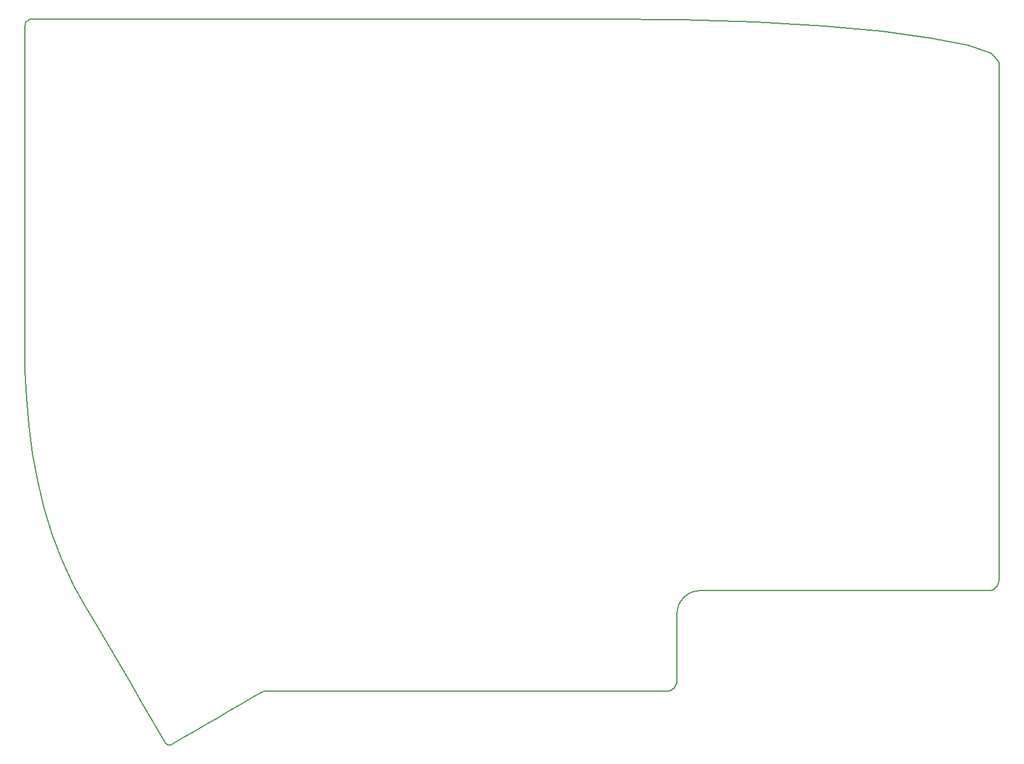
<source format=gbr>
G04 #@! TF.GenerationSoftware,KiCad,Pcbnew,5.1.6-c6e7f7d~87~ubuntu20.04.1*
G04 #@! TF.CreationDate,2020-10-17T21:04:39+01:00*
G04 #@! TF.ProjectId,Lily58,4c696c79-3538-42e6-9b69-6361645f7063,rev?*
G04 #@! TF.SameCoordinates,Original*
G04 #@! TF.FileFunction,Profile,NP*
%FSLAX46Y46*%
G04 Gerber Fmt 4.6, Leading zero omitted, Abs format (unit mm)*
G04 Created by KiCad (PCBNEW 5.1.6-c6e7f7d~87~ubuntu20.04.1) date 2020-10-17 21:04:39*
%MOMM*%
%LPD*%
G01*
G04 APERTURE LIST*
G04 #@! TA.AperFunction,Profile*
%ADD10C,0.200000*%
G04 #@! TD*
G04 APERTURE END LIST*
D10*
X224900000Y-42700000D02*
X225460000Y-43436755D01*
X82937528Y-50750629D02*
X82937528Y-44443695D01*
X82937528Y-57057562D02*
X82937528Y-50750629D01*
X115211711Y-37086762D02*
X104803877Y-37086762D01*
X218692418Y-120789735D02*
X223959999Y-120789735D01*
X213424836Y-120789735D02*
X218692418Y-120789735D01*
X208157255Y-120789735D02*
X213424836Y-120789735D01*
X202889673Y-120789735D02*
X208157255Y-120789735D01*
X197622092Y-120789735D02*
X202889673Y-120789735D01*
X192354511Y-120789735D02*
X197622092Y-120789735D01*
X187086929Y-120789735D02*
X192354511Y-120789735D01*
X181819348Y-120789735D02*
X187086929Y-120789735D01*
X181113524Y-120860778D02*
X181819348Y-120789735D01*
X180456326Y-121064561D02*
X181113524Y-120860778D01*
X179861773Y-121387065D02*
X180456326Y-121064561D01*
X179343884Y-121814271D02*
X179861773Y-121387065D01*
X178916678Y-122332160D02*
X179343884Y-121814271D01*
X178594174Y-122926713D02*
X178916678Y-122332160D01*
X178390391Y-123583911D02*
X178594174Y-122926713D01*
X178319348Y-124289735D02*
X178390391Y-123583911D01*
X199807654Y-38170488D02*
X189919538Y-37585374D01*
X208420758Y-38945561D02*
X199807654Y-38170488D01*
X215525697Y-39885159D02*
X208420758Y-38945561D01*
X220889319Y-40963847D02*
X215525697Y-39885159D01*
X178989563Y-37215654D02*
X167250881Y-37086762D01*
X189919538Y-37585374D02*
X178989563Y-37215654D01*
X177658308Y-135255660D02*
X177403500Y-135393876D01*
X177880261Y-135072571D02*
X177658308Y-135255660D01*
X178063349Y-134850619D02*
X177880261Y-135072571D01*
X178201565Y-134595810D02*
X178063349Y-134850619D01*
X178288901Y-134314154D02*
X178201565Y-134595810D01*
X178319348Y-134011658D02*
X178288901Y-134314154D01*
X225460000Y-52918378D02*
X225460000Y-62400000D01*
X225460000Y-43436755D02*
X225460000Y-52918378D01*
X82937528Y-69671429D02*
X82937528Y-63364495D01*
X82937528Y-75978362D02*
X82937528Y-69671429D01*
X82937528Y-82285296D02*
X82937528Y-75978362D01*
X82937528Y-88592229D02*
X82937528Y-82285296D01*
X104807833Y-37086762D02*
X94400000Y-37086762D01*
X125619545Y-37086762D02*
X115211711Y-37086762D01*
X136027379Y-37086762D02*
X125619545Y-37086762D01*
X146435213Y-37086762D02*
X136027379Y-37086762D01*
X156843047Y-37086762D02*
X146435213Y-37086762D01*
X167250881Y-37086762D02*
X156843047Y-37086762D01*
X83400937Y-37265961D02*
X83579303Y-37169210D01*
X83245570Y-37394123D02*
X83400937Y-37265961D01*
X83117409Y-37549489D02*
X83245570Y-37394123D01*
X83020657Y-37727855D02*
X83117409Y-37549489D01*
X82959523Y-37925015D02*
X83020657Y-37727855D01*
X82938210Y-38136762D02*
X82959523Y-37925015D01*
X83776462Y-37108075D02*
X83988210Y-37086762D01*
X83579303Y-37169210D02*
X83776462Y-37108075D01*
X94396044Y-37086762D02*
X83988210Y-37086762D01*
X82937528Y-63364495D02*
X82937528Y-57057562D01*
X82937528Y-44443695D02*
X82937528Y-38136762D01*
X88291758Y-116318073D02*
X89993333Y-119989540D01*
X86863105Y-112530670D02*
X88291758Y-116318073D01*
X85688004Y-108649127D02*
X86863105Y-112530670D01*
X84747083Y-104695246D02*
X85688004Y-108649127D01*
X84020972Y-100690825D02*
X84747083Y-104695246D01*
X83490297Y-96657663D02*
X84020972Y-100690825D01*
X83135690Y-92617561D02*
X83490297Y-96657663D01*
X82937777Y-88592317D02*
X83135690Y-92617561D01*
X104288864Y-143357278D02*
X104456758Y-143271756D01*
X104130206Y-143404468D02*
X104288864Y-143357278D01*
X103981252Y-143413974D02*
X104130206Y-143404468D01*
X103842470Y-143386445D02*
X103981252Y-143413974D01*
X103714328Y-143322532D02*
X103842470Y-143386445D01*
X103597295Y-143222884D02*
X103714328Y-143322532D01*
X103491837Y-143088150D02*
X103597295Y-143222884D01*
X103398425Y-142918979D02*
X103491837Y-143088150D01*
X116186619Y-136480784D02*
X117862313Y-135510645D01*
X114510925Y-137450923D02*
X116186619Y-136480784D01*
X112835230Y-138421062D02*
X114510925Y-137450923D01*
X111159536Y-139391201D02*
X112835230Y-138421062D01*
X109483841Y-140361340D02*
X111159536Y-139391201D01*
X107808147Y-141331479D02*
X109483841Y-140361340D01*
X106132452Y-142301617D02*
X107808147Y-141331479D01*
X104456758Y-143271756D02*
X106132452Y-142301617D01*
X101722730Y-140052659D02*
X103398425Y-142918979D01*
X100047036Y-137186340D02*
X101722730Y-140052659D01*
X98371341Y-134320020D02*
X100047036Y-137186340D01*
X96695647Y-131453701D02*
X98371341Y-134320020D01*
X95019952Y-128587381D02*
X96695647Y-131453701D01*
X93344258Y-125721062D02*
X95019952Y-128587381D01*
X91668563Y-122854742D02*
X93344258Y-125721062D01*
X89992869Y-119988423D02*
X91668563Y-122854742D01*
X169449826Y-135511658D02*
X176819348Y-135511658D01*
X162080304Y-135511658D02*
X169449826Y-135511658D01*
X154710782Y-135511658D02*
X162080304Y-135511658D01*
X147341260Y-135511658D02*
X154710782Y-135511658D01*
X139971738Y-135511658D02*
X147341260Y-135511658D01*
X132602217Y-135511658D02*
X139971738Y-135511658D01*
X125232695Y-135511658D02*
X132602217Y-135511658D01*
X117863173Y-135511658D02*
X125232695Y-135511658D01*
X178319348Y-132816013D02*
X178319348Y-134011658D01*
X178319348Y-131597973D02*
X178319348Y-132816013D01*
X178319348Y-130379933D02*
X178319348Y-131597973D01*
X178319348Y-129161894D02*
X178319348Y-130379933D01*
X178319348Y-127943854D02*
X178319348Y-129161894D01*
X178319348Y-126725814D02*
X178319348Y-127943854D01*
X178319348Y-125507775D02*
X178319348Y-126725814D01*
X178319348Y-124289735D02*
X178319348Y-125507775D01*
X177121844Y-135481211D02*
X176819348Y-135511658D01*
X177403500Y-135393876D02*
X177121844Y-135481211D01*
X224278471Y-42156190D02*
X220889319Y-40963847D01*
X224900000Y-42700000D02*
X224278471Y-42156190D01*
X224262495Y-120759288D02*
X223959999Y-120789735D01*
X224544152Y-120671952D02*
X224262495Y-120759288D01*
X224798960Y-120533736D02*
X224544152Y-120671952D01*
X225020912Y-120350648D02*
X224798960Y-120533736D01*
X225204001Y-120128696D02*
X225020912Y-120350648D01*
X225342217Y-119873887D02*
X225204001Y-120128696D01*
X225429552Y-119592231D02*
X225342217Y-119873887D01*
X225459999Y-119289735D02*
X225429552Y-119592231D01*
X225460000Y-109808112D02*
X225460000Y-119289735D01*
X225460000Y-100326490D02*
X225460000Y-109808112D01*
X225460000Y-90844867D02*
X225460000Y-100326490D01*
X225460000Y-81363245D02*
X225460000Y-90844867D01*
X225460000Y-71881623D02*
X225460000Y-81363245D01*
X225460000Y-62400000D02*
X225460000Y-71881623D01*
M02*

</source>
